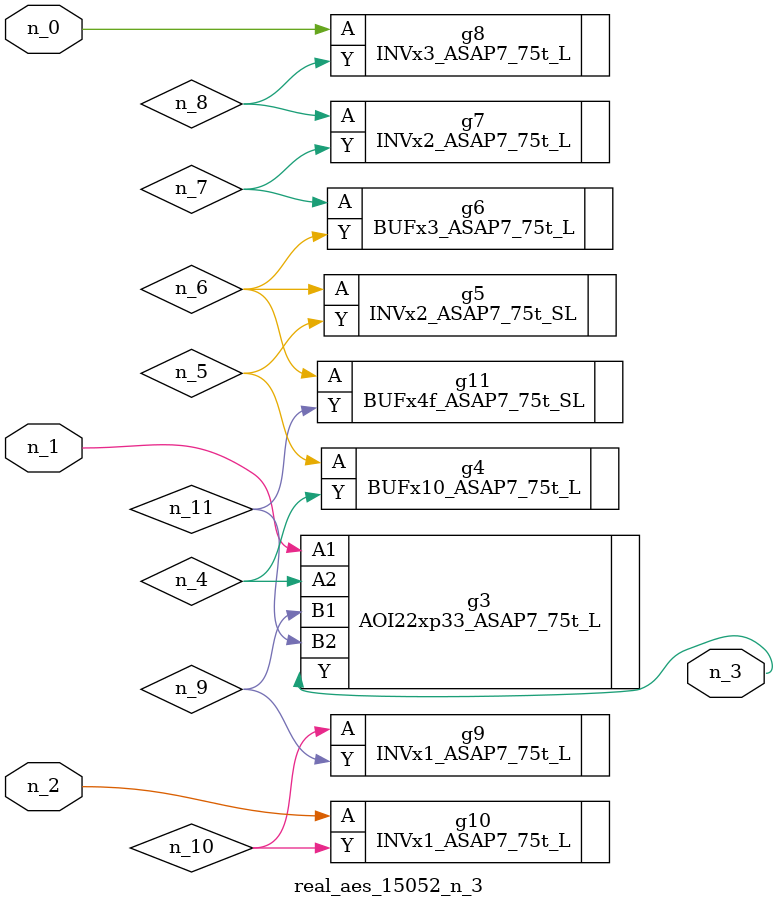
<source format=v>
module real_aes_15052_n_3 (n_0, n_2, n_1, n_3);
input n_0;
input n_2;
input n_1;
output n_3;
wire n_4;
wire n_5;
wire n_7;
wire n_9;
wire n_6;
wire n_8;
wire n_10;
wire n_11;
INVx3_ASAP7_75t_L g8 ( .A(n_0), .Y(n_8) );
AOI22xp33_ASAP7_75t_L g3 ( .A1(n_1), .A2(n_4), .B1(n_9), .B2(n_11), .Y(n_3) );
INVx1_ASAP7_75t_L g10 ( .A(n_2), .Y(n_10) );
BUFx10_ASAP7_75t_L g4 ( .A(n_5), .Y(n_4) );
INVx2_ASAP7_75t_SL g5 ( .A(n_6), .Y(n_5) );
BUFx4f_ASAP7_75t_SL g11 ( .A(n_6), .Y(n_11) );
BUFx3_ASAP7_75t_L g6 ( .A(n_7), .Y(n_6) );
INVx2_ASAP7_75t_L g7 ( .A(n_8), .Y(n_7) );
INVx1_ASAP7_75t_L g9 ( .A(n_10), .Y(n_9) );
endmodule
</source>
